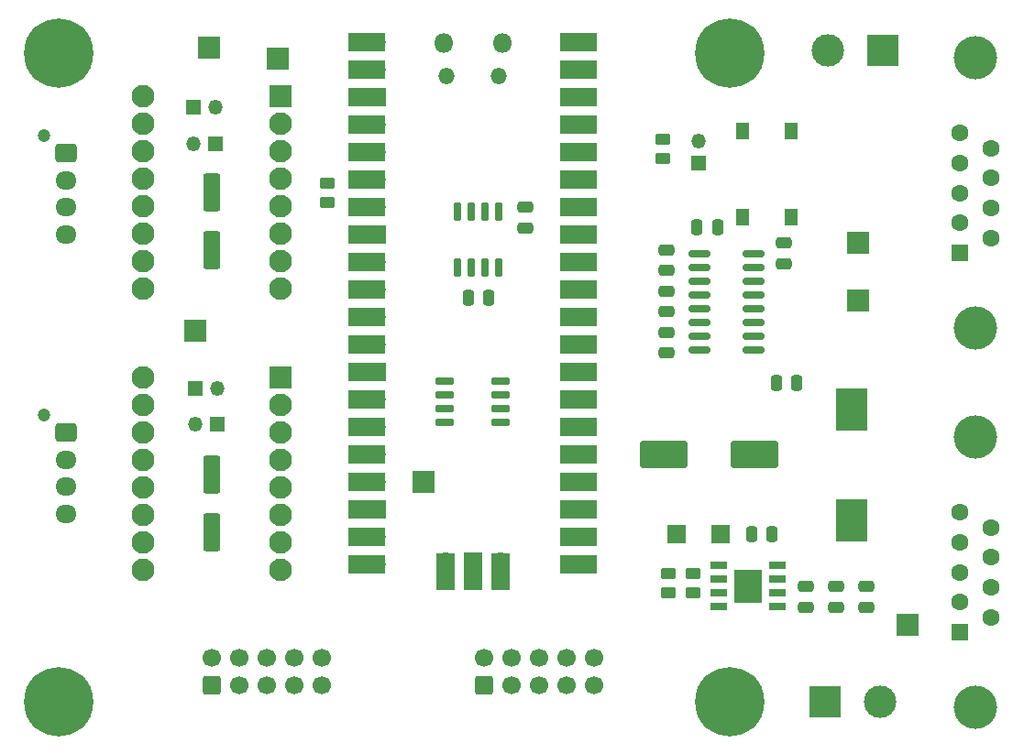
<source format=gbr>
%TF.GenerationSoftware,KiCad,Pcbnew,(7.0.0)*%
%TF.CreationDate,2023-03-06T13:13:27+13:00*%
%TF.ProjectId,pico_expansion_board,7069636f-5f65-4787-9061-6e73696f6e5f,rev?*%
%TF.SameCoordinates,Original*%
%TF.FileFunction,Soldermask,Top*%
%TF.FilePolarity,Negative*%
%FSLAX46Y46*%
G04 Gerber Fmt 4.6, Leading zero omitted, Abs format (unit mm)*
G04 Created by KiCad (PCBNEW (7.0.0)) date 2023-03-06 13:13:27*
%MOMM*%
%LPD*%
G01*
G04 APERTURE LIST*
G04 Aperture macros list*
%AMRoundRect*
0 Rectangle with rounded corners*
0 $1 Rounding radius*
0 $2 $3 $4 $5 $6 $7 $8 $9 X,Y pos of 4 corners*
0 Add a 4 corners polygon primitive as box body*
4,1,4,$2,$3,$4,$5,$6,$7,$8,$9,$2,$3,0*
0 Add four circle primitives for the rounded corners*
1,1,$1+$1,$2,$3*
1,1,$1+$1,$4,$5*
1,1,$1+$1,$6,$7*
1,1,$1+$1,$8,$9*
0 Add four rect primitives between the rounded corners*
20,1,$1+$1,$2,$3,$4,$5,0*
20,1,$1+$1,$4,$5,$6,$7,0*
20,1,$1+$1,$6,$7,$8,$9,0*
20,1,$1+$1,$8,$9,$2,$3,0*%
G04 Aperture macros list end*
%ADD10RoundRect,0.250000X1.950000X1.000000X-1.950000X1.000000X-1.950000X-1.000000X1.950000X-1.000000X0*%
%ADD11R,1.350000X1.350000*%
%ADD12O,1.350000X1.350000*%
%ADD13RoundRect,0.150000X0.150000X-0.725000X0.150000X0.725000X-0.150000X0.725000X-0.150000X-0.725000X0*%
%ADD14R,3.000000X3.000000*%
%ADD15C,3.000000*%
%ADD16RoundRect,0.250000X-0.475000X0.250000X-0.475000X-0.250000X0.475000X-0.250000X0.475000X0.250000X0*%
%ADD17RoundRect,0.250000X0.450000X-0.262500X0.450000X0.262500X-0.450000X0.262500X-0.450000X-0.262500X0*%
%ADD18RoundRect,0.250000X0.475000X-0.250000X0.475000X0.250000X-0.475000X0.250000X-0.475000X-0.250000X0*%
%ADD19RoundRect,0.150000X0.725000X0.150000X-0.725000X0.150000X-0.725000X-0.150000X0.725000X-0.150000X0*%
%ADD20C,6.400000*%
%ADD21RoundRect,0.250000X0.550000X-1.500000X0.550000X1.500000X-0.550000X1.500000X-0.550000X-1.500000X0*%
%ADD22RoundRect,0.250000X-0.250000X-0.475000X0.250000X-0.475000X0.250000X0.475000X-0.250000X0.475000X0*%
%ADD23R,1.300000X1.550000*%
%ADD24RoundRect,0.250000X0.250000X0.475000X-0.250000X0.475000X-0.250000X-0.475000X0.250000X-0.475000X0*%
%ADD25R,1.525000X0.650000*%
%ADD26R,2.600000X3.100000*%
%ADD27R,2.000000X2.000000*%
%ADD28R,3.000000X4.000000*%
%ADD29RoundRect,0.250000X0.600000X-0.600000X0.600000X0.600000X-0.600000X0.600000X-0.600000X-0.600000X0*%
%ADD30C,1.700000*%
%ADD31O,1.800000X1.800000*%
%ADD32O,1.500000X1.500000*%
%ADD33O,1.700000X1.700000*%
%ADD34R,3.500000X1.700000*%
%ADD35R,1.700000X1.700000*%
%ADD36R,1.700000X3.500000*%
%ADD37C,1.200000*%
%ADD38RoundRect,0.250000X-0.725000X0.600000X-0.725000X-0.600000X0.725000X-0.600000X0.725000X0.600000X0*%
%ADD39O,1.950000X1.700000*%
%ADD40RoundRect,0.150000X-0.825000X-0.150000X0.825000X-0.150000X0.825000X0.150000X-0.825000X0.150000X0*%
%ADD41RoundRect,0.250000X-0.450000X0.262500X-0.450000X-0.262500X0.450000X-0.262500X0.450000X0.262500X0*%
%ADD42R,1.800000X1.700000*%
%ADD43C,4.000000*%
%ADD44R,1.600000X1.600000*%
%ADD45C,1.600000*%
%ADD46R,2.100000X2.100000*%
%ADD47C,2.100000*%
G04 APERTURE END LIST*
D10*
%TO.C,C18*%
X119770000Y-100330000D03*
X111370000Y-100330000D03*
%TD*%
D11*
%TO.C,JP3*%
X68103999Y-94233999D03*
D12*
X70103999Y-94233999D03*
%TD*%
D13*
%TO.C,U2*%
X92329000Y-83093000D03*
X93599000Y-83093000D03*
X94869000Y-83093000D03*
X96139000Y-83093000D03*
X96139000Y-77943000D03*
X94869000Y-77943000D03*
X93599000Y-77943000D03*
X92329000Y-77943000D03*
%TD*%
D14*
%TO.C,J1*%
X126237999Y-123189999D03*
D15*
X131318000Y-123190000D03*
%TD*%
D16*
%TO.C,C5*%
X124460000Y-112588000D03*
X124460000Y-114488000D03*
%TD*%
D17*
%TO.C,R1*%
X111252000Y-73048500D03*
X111252000Y-71223500D03*
%TD*%
D18*
%TO.C,C7*%
X111571000Y-90993000D03*
X111571000Y-89093000D03*
%TD*%
D19*
%TO.C,U5*%
X96301000Y-97409000D03*
X96301000Y-96139000D03*
X96301000Y-94869000D03*
X96301000Y-93599000D03*
X91151000Y-93599000D03*
X91151000Y-94869000D03*
X91151000Y-96139000D03*
X91151000Y-97409000D03*
%TD*%
D20*
%TO.C,H2*%
X55512000Y-123190000D03*
%TD*%
D18*
%TO.C,C2*%
X98552000Y-79436000D03*
X98552000Y-77536000D03*
%TD*%
D21*
%TO.C,C11*%
X69596000Y-107602000D03*
X69596000Y-102202000D03*
%TD*%
D22*
%TO.C,C1*%
X114431000Y-79375000D03*
X116331000Y-79375000D03*
%TD*%
D23*
%TO.C,SW1*%
X118653999Y-78396999D03*
X118653999Y-70446999D03*
X123153999Y-78396999D03*
X123153999Y-70446999D03*
%TD*%
D24*
%TO.C,C3*%
X95184000Y-85852000D03*
X93284000Y-85852000D03*
%TD*%
D16*
%TO.C,C9*%
X127254000Y-112588000D03*
X127254000Y-114488000D03*
%TD*%
%TO.C,C4*%
X122428000Y-80838000D03*
X122428000Y-82738000D03*
%TD*%
D25*
%TO.C,IC1*%
X116413999Y-110616999D03*
X116413999Y-111886999D03*
X116413999Y-113156999D03*
X116413999Y-114426999D03*
X121837999Y-114426999D03*
X121837999Y-113156999D03*
X121837999Y-111886999D03*
X121837999Y-110616999D03*
D26*
X119125999Y-112521999D03*
%TD*%
D27*
%TO.C,TP7*%
X69341999Y-62737999D03*
%TD*%
D12*
%TO.C,JP1*%
X69934999Y-68257999D03*
D11*
X67934999Y-68257999D03*
%TD*%
D20*
%TO.C,H4*%
X117488000Y-63246000D03*
%TD*%
D28*
%TO.C,L1*%
X128740499Y-106445999D03*
X128740499Y-96245999D03*
%TD*%
D29*
%TO.C,J8*%
X94742000Y-121666000D03*
D30*
X94742000Y-119126000D03*
X97282000Y-121666000D03*
X97282000Y-119126000D03*
X99822000Y-121666000D03*
X99822000Y-119126000D03*
X102362000Y-121666000D03*
X102362000Y-119126000D03*
X104902000Y-121666000D03*
X104902000Y-119126000D03*
%TD*%
D11*
%TO.C,JP9*%
X114553999Y-73405999D03*
D12*
X114553999Y-71405999D03*
%TD*%
D24*
%TO.C,C19*%
X123632000Y-93726000D03*
X121732000Y-93726000D03*
%TD*%
D18*
%TO.C,C8*%
X111571000Y-83373000D03*
X111571000Y-81473000D03*
%TD*%
D14*
%TO.C,J10*%
X131571999Y-62991999D03*
D15*
X126492000Y-62992000D03*
%TD*%
D21*
%TO.C,C12*%
X69596000Y-81522000D03*
X69596000Y-76122000D03*
%TD*%
D16*
%TO.C,C16*%
X130048000Y-112588000D03*
X130048000Y-114488000D03*
%TD*%
D31*
%TO.C,U3*%
X91000999Y-62359999D03*
D32*
X91300999Y-65389999D03*
X96150999Y-65389999D03*
D31*
X96450999Y-62359999D03*
D33*
X84835999Y-62229999D03*
D34*
X83935999Y-62229999D03*
D33*
X84835999Y-64769999D03*
D34*
X83935999Y-64769999D03*
D35*
X84835999Y-67309999D03*
D34*
X83935999Y-67309999D03*
D33*
X84835999Y-69849999D03*
D34*
X83935999Y-69849999D03*
D33*
X84835999Y-72389999D03*
D34*
X83935999Y-72389999D03*
D33*
X84835999Y-74929999D03*
D34*
X83935999Y-74929999D03*
D33*
X84835999Y-77469999D03*
D34*
X83935999Y-77469999D03*
D35*
X84835999Y-80009999D03*
D34*
X83935999Y-80009999D03*
D33*
X84835999Y-82549999D03*
D34*
X83935999Y-82549999D03*
D33*
X84835999Y-85089999D03*
D34*
X83935999Y-85089999D03*
D33*
X84835999Y-87629999D03*
D34*
X83935999Y-87629999D03*
D33*
X84835999Y-90169999D03*
D34*
X83935999Y-90169999D03*
D35*
X84835999Y-92709999D03*
D34*
X83935999Y-92709999D03*
D33*
X84835999Y-95249999D03*
D34*
X83935999Y-95249999D03*
D33*
X84835999Y-97789999D03*
D34*
X83935999Y-97789999D03*
D33*
X84835999Y-100329999D03*
D34*
X83935999Y-100329999D03*
D33*
X84835999Y-102869999D03*
D34*
X83935999Y-102869999D03*
D35*
X84835999Y-105409999D03*
D34*
X83935999Y-105409999D03*
D33*
X84835999Y-107949999D03*
D34*
X83935999Y-107949999D03*
D33*
X84835999Y-110489999D03*
D34*
X83935999Y-110489999D03*
D33*
X102615999Y-110489999D03*
D34*
X103515999Y-110489999D03*
D33*
X102615999Y-107949999D03*
D34*
X103515999Y-107949999D03*
D35*
X102615999Y-105409999D03*
D34*
X103515999Y-105409999D03*
D33*
X102615999Y-102869999D03*
D34*
X103515999Y-102869999D03*
D33*
X102615999Y-100329999D03*
D34*
X103515999Y-100329999D03*
D33*
X102615999Y-97789999D03*
D34*
X103515999Y-97789999D03*
D33*
X102615999Y-95249999D03*
D34*
X103515999Y-95249999D03*
D35*
X102615999Y-92709999D03*
D34*
X103515999Y-92709999D03*
D33*
X102615999Y-90169999D03*
D34*
X103515999Y-90169999D03*
D33*
X102615999Y-87629999D03*
D34*
X103515999Y-87629999D03*
D33*
X102615999Y-85089999D03*
D34*
X103515999Y-85089999D03*
D33*
X102615999Y-82549999D03*
D34*
X103515999Y-82549999D03*
D35*
X102615999Y-80009999D03*
D34*
X103515999Y-80009999D03*
D33*
X102615999Y-77469999D03*
D34*
X103515999Y-77469999D03*
D33*
X102615999Y-74929999D03*
D34*
X103515999Y-74929999D03*
D33*
X102615999Y-72389999D03*
D34*
X103515999Y-72389999D03*
D33*
X102615999Y-69849999D03*
D34*
X103515999Y-69849999D03*
D35*
X102615999Y-67309999D03*
D34*
X103515999Y-67309999D03*
D33*
X102615999Y-64769999D03*
D34*
X103515999Y-64769999D03*
D33*
X102615999Y-62229999D03*
D34*
X103515999Y-62229999D03*
D33*
X91185999Y-110259999D03*
D36*
X91185999Y-111159999D03*
D35*
X93725999Y-110259999D03*
D36*
X93725999Y-111159999D03*
D33*
X96265999Y-110259999D03*
D36*
X96265999Y-111159999D03*
%TD*%
D16*
%TO.C,C6*%
X111571000Y-85283000D03*
X111571000Y-87183000D03*
%TD*%
D37*
%TO.C,J4*%
X54134000Y-70910000D03*
D38*
X56134000Y-72510000D03*
D39*
X56133999Y-75009999D03*
X56133999Y-77509999D03*
X56133999Y-80009999D03*
%TD*%
D40*
%TO.C,U1*%
X114684000Y-81788000D03*
X114684000Y-83058000D03*
X114684000Y-84328000D03*
X114684000Y-85598000D03*
X114684000Y-86868000D03*
X114684000Y-88138000D03*
X114684000Y-89408000D03*
X114684000Y-90678000D03*
X119634000Y-90678000D03*
X119634000Y-89408000D03*
X119634000Y-88138000D03*
X119634000Y-86868000D03*
X119634000Y-85598000D03*
X119634000Y-84328000D03*
X119634000Y-83058000D03*
X119634000Y-81788000D03*
%TD*%
D37*
%TO.C,J5*%
X54134000Y-96738000D03*
D38*
X56134000Y-98338000D03*
D39*
X56133999Y-100837999D03*
X56133999Y-103337999D03*
X56133999Y-105837999D03*
%TD*%
D17*
%TO.C,R6*%
X114046000Y-113180500D03*
X114046000Y-111355500D03*
%TD*%
D27*
%TO.C,TP1*%
X129285999Y-80771999D03*
%TD*%
D20*
%TO.C,H1*%
X55512000Y-63246000D03*
%TD*%
D27*
%TO.C,TP8*%
X75691999Y-63753999D03*
%TD*%
D17*
%TO.C,R3*%
X80264000Y-77112500D03*
X80264000Y-75287500D03*
%TD*%
D41*
%TO.C,R2*%
X111760000Y-111355500D03*
X111760000Y-113180500D03*
%TD*%
D42*
%TO.C,D1*%
X112503999Y-107695999D03*
X116603999Y-107695999D03*
%TD*%
D11*
%TO.C,JP4*%
X70087999Y-97535999D03*
D12*
X68087999Y-97535999D03*
%TD*%
D27*
%TO.C,TP6*%
X133857999Y-116077999D03*
%TD*%
D43*
%TO.C,J7*%
X140139669Y-88710000D03*
X140139669Y-63710000D03*
D44*
X138719668Y-81749999D03*
D45*
X138719669Y-78980000D03*
X138719669Y-76210000D03*
X138719669Y-73440000D03*
X138719669Y-70670000D03*
X141559669Y-80365000D03*
X141559669Y-77595000D03*
X141559669Y-74825000D03*
X141559669Y-72055000D03*
%TD*%
D27*
%TO.C,TP4*%
X68071999Y-88899999D03*
%TD*%
D46*
%TO.C,J3*%
X75945999Y-93217999D03*
D47*
X75946000Y-95758000D03*
X75946000Y-98298000D03*
X75946000Y-100838000D03*
X75946000Y-103378000D03*
X75946000Y-105918000D03*
X75946000Y-108458000D03*
X75946000Y-110998000D03*
X63246000Y-110998000D03*
X63246000Y-108458000D03*
X63246000Y-105918000D03*
X63246000Y-103378000D03*
X63246000Y-100838000D03*
X63246000Y-98298000D03*
X63246000Y-95758000D03*
X63246000Y-93218000D03*
%TD*%
D43*
%TO.C,J6*%
X140139669Y-123762000D03*
X140139669Y-98762000D03*
D44*
X138719668Y-116801999D03*
D45*
X138719669Y-114032000D03*
X138719669Y-111262000D03*
X138719669Y-108492000D03*
X138719669Y-105722000D03*
X141559669Y-115417000D03*
X141559669Y-112647000D03*
X141559669Y-109877000D03*
X141559669Y-107107000D03*
%TD*%
D46*
%TO.C,J2*%
X75945999Y-67241999D03*
D47*
X75946000Y-69782000D03*
X75946000Y-72322000D03*
X75946000Y-74862000D03*
X75946000Y-77402000D03*
X75946000Y-79942000D03*
X75946000Y-82482000D03*
X75946000Y-85022000D03*
X63246000Y-85022000D03*
X63246000Y-82482000D03*
X63246000Y-79942000D03*
X63246000Y-77402000D03*
X63246000Y-74862000D03*
X63246000Y-72322000D03*
X63246000Y-69782000D03*
X63246000Y-67242000D03*
%TD*%
D20*
%TO.C,H3*%
X117488000Y-123190000D03*
%TD*%
D29*
%TO.C,J9*%
X69596000Y-121666000D03*
D30*
X69596000Y-119126000D03*
X72136000Y-121666000D03*
X72136000Y-119126000D03*
X74676000Y-121666000D03*
X74676000Y-119126000D03*
X77216000Y-121666000D03*
X77216000Y-119126000D03*
X79756000Y-121666000D03*
X79756000Y-119126000D03*
%TD*%
D27*
%TO.C,TP2*%
X129285999Y-86105999D03*
%TD*%
D22*
%TO.C,C17*%
X119446000Y-107696000D03*
X121346000Y-107696000D03*
%TD*%
D11*
%TO.C,JP2*%
X69960999Y-71627999D03*
D12*
X67960999Y-71627999D03*
%TD*%
D27*
%TO.C,TP5*%
X89153999Y-102869999D03*
%TD*%
M02*

</source>
